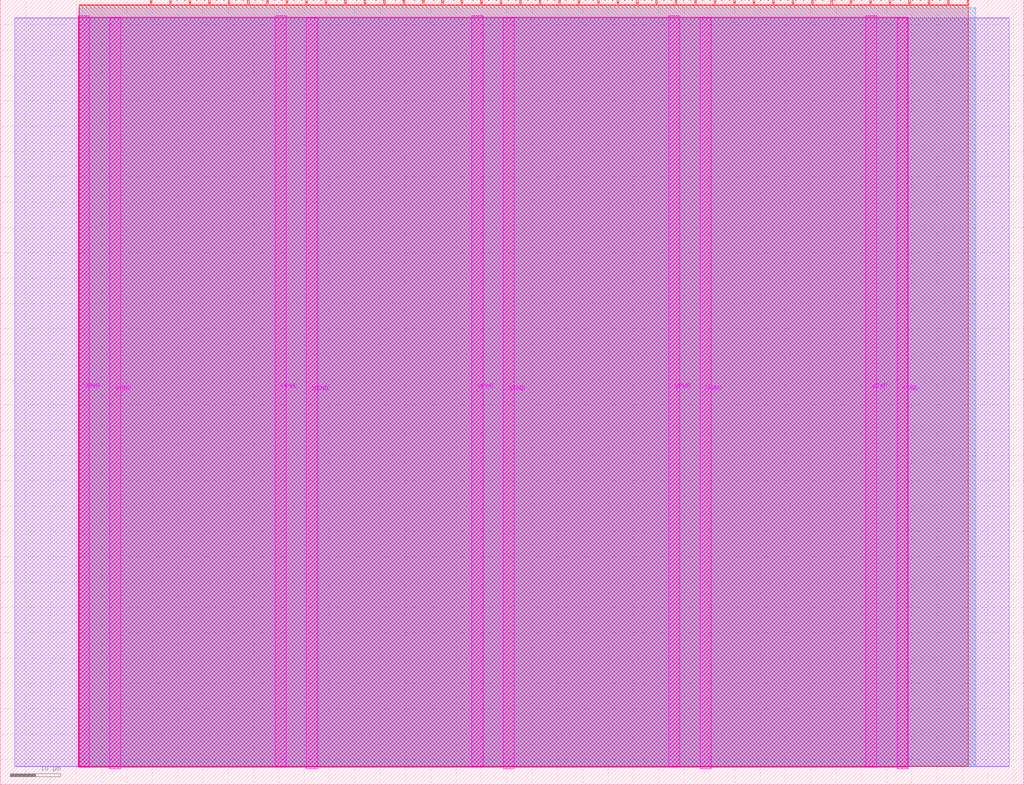
<source format=lef>
VERSION 5.7 ;
  NOWIREEXTENSIONATPIN ON ;
  DIVIDERCHAR "/" ;
  BUSBITCHARS "[]" ;
MACRO tt_um_floAfentaki_top
  CLASS BLOCK ;
  FOREIGN tt_um_floAfentaki_top ;
  ORIGIN 0.000 0.000 ;
  SIZE 202.080 BY 154.980 ;
  PIN VGND
    DIRECTION INOUT ;
    USE GROUND ;
    PORT
      LAYER TopMetal1 ;
        RECT 21.580 3.150 23.780 151.420 ;
    END
    PORT
      LAYER TopMetal1 ;
        RECT 60.450 3.150 62.650 151.420 ;
    END
    PORT
      LAYER TopMetal1 ;
        RECT 99.320 3.150 101.520 151.420 ;
    END
    PORT
      LAYER TopMetal1 ;
        RECT 138.190 3.150 140.390 151.420 ;
    END
    PORT
      LAYER TopMetal1 ;
        RECT 177.060 3.150 179.260 151.420 ;
    END
  END VGND
  PIN VPWR
    DIRECTION INOUT ;
    USE POWER ;
    PORT
      LAYER TopMetal1 ;
        RECT 15.380 3.560 17.580 151.830 ;
    END
    PORT
      LAYER TopMetal1 ;
        RECT 54.250 3.560 56.450 151.830 ;
    END
    PORT
      LAYER TopMetal1 ;
        RECT 93.120 3.560 95.320 151.830 ;
    END
    PORT
      LAYER TopMetal1 ;
        RECT 131.990 3.560 134.190 151.830 ;
    END
    PORT
      LAYER TopMetal1 ;
        RECT 170.860 3.560 173.060 151.830 ;
    END
  END VPWR
  PIN clk
    DIRECTION INPUT ;
    USE SIGNAL ;
    ANTENNAGATEAREA 0.725400 ;
    PORT
      LAYER Metal4 ;
        RECT 187.050 153.980 187.350 154.980 ;
    END
  END clk
  PIN ena
    DIRECTION INPUT ;
    USE SIGNAL ;
    ANTENNAGATEAREA 0.180700 ;
    PORT
      LAYER Metal4 ;
        RECT 190.890 153.980 191.190 154.980 ;
    END
  END ena
  PIN rst_n
    DIRECTION INPUT ;
    USE SIGNAL ;
    ANTENNAGATEAREA 0.213200 ;
    PORT
      LAYER Metal4 ;
        RECT 183.210 153.980 183.510 154.980 ;
    END
  END rst_n
  PIN ui_in[0]
    DIRECTION INPUT ;
    USE SIGNAL ;
    PORT
      LAYER Metal4 ;
        RECT 179.370 153.980 179.670 154.980 ;
    END
  END ui_in[0]
  PIN ui_in[1]
    DIRECTION INPUT ;
    USE SIGNAL ;
    PORT
      LAYER Metal4 ;
        RECT 175.530 153.980 175.830 154.980 ;
    END
  END ui_in[1]
  PIN ui_in[2]
    DIRECTION INPUT ;
    USE SIGNAL ;
    PORT
      LAYER Metal4 ;
        RECT 171.690 153.980 171.990 154.980 ;
    END
  END ui_in[2]
  PIN ui_in[3]
    DIRECTION INPUT ;
    USE SIGNAL ;
    PORT
      LAYER Metal4 ;
        RECT 167.850 153.980 168.150 154.980 ;
    END
  END ui_in[3]
  PIN ui_in[4]
    DIRECTION INPUT ;
    USE SIGNAL ;
    PORT
      LAYER Metal4 ;
        RECT 164.010 153.980 164.310 154.980 ;
    END
  END ui_in[4]
  PIN ui_in[5]
    DIRECTION INPUT ;
    USE SIGNAL ;
    PORT
      LAYER Metal4 ;
        RECT 160.170 153.980 160.470 154.980 ;
    END
  END ui_in[5]
  PIN ui_in[6]
    DIRECTION INPUT ;
    USE SIGNAL ;
    PORT
      LAYER Metal4 ;
        RECT 156.330 153.980 156.630 154.980 ;
    END
  END ui_in[6]
  PIN ui_in[7]
    DIRECTION INPUT ;
    USE SIGNAL ;
    PORT
      LAYER Metal4 ;
        RECT 152.490 153.980 152.790 154.980 ;
    END
  END ui_in[7]
  PIN uio_in[0]
    DIRECTION INPUT ;
    USE SIGNAL ;
    PORT
      LAYER Metal4 ;
        RECT 148.650 153.980 148.950 154.980 ;
    END
  END uio_in[0]
  PIN uio_in[1]
    DIRECTION INPUT ;
    USE SIGNAL ;
    PORT
      LAYER Metal4 ;
        RECT 144.810 153.980 145.110 154.980 ;
    END
  END uio_in[1]
  PIN uio_in[2]
    DIRECTION INPUT ;
    USE SIGNAL ;
    PORT
      LAYER Metal4 ;
        RECT 140.970 153.980 141.270 154.980 ;
    END
  END uio_in[2]
  PIN uio_in[3]
    DIRECTION INPUT ;
    USE SIGNAL ;
    PORT
      LAYER Metal4 ;
        RECT 137.130 153.980 137.430 154.980 ;
    END
  END uio_in[3]
  PIN uio_in[4]
    DIRECTION INPUT ;
    USE SIGNAL ;
    PORT
      LAYER Metal4 ;
        RECT 133.290 153.980 133.590 154.980 ;
    END
  END uio_in[4]
  PIN uio_in[5]
    DIRECTION INPUT ;
    USE SIGNAL ;
    PORT
      LAYER Metal4 ;
        RECT 129.450 153.980 129.750 154.980 ;
    END
  END uio_in[5]
  PIN uio_in[6]
    DIRECTION INPUT ;
    USE SIGNAL ;
    PORT
      LAYER Metal4 ;
        RECT 125.610 153.980 125.910 154.980 ;
    END
  END uio_in[6]
  PIN uio_in[7]
    DIRECTION INPUT ;
    USE SIGNAL ;
    PORT
      LAYER Metal4 ;
        RECT 121.770 153.980 122.070 154.980 ;
    END
  END uio_in[7]
  PIN uio_oe[0]
    DIRECTION OUTPUT ;
    USE SIGNAL ;
    ANTENNADIFFAREA 0.299200 ;
    PORT
      LAYER Metal4 ;
        RECT 56.490 153.980 56.790 154.980 ;
    END
  END uio_oe[0]
  PIN uio_oe[1]
    DIRECTION OUTPUT ;
    USE SIGNAL ;
    ANTENNADIFFAREA 0.299200 ;
    PORT
      LAYER Metal4 ;
        RECT 52.650 153.980 52.950 154.980 ;
    END
  END uio_oe[1]
  PIN uio_oe[2]
    DIRECTION OUTPUT ;
    USE SIGNAL ;
    ANTENNADIFFAREA 0.299200 ;
    PORT
      LAYER Metal4 ;
        RECT 48.810 153.980 49.110 154.980 ;
    END
  END uio_oe[2]
  PIN uio_oe[3]
    DIRECTION OUTPUT ;
    USE SIGNAL ;
    ANTENNADIFFAREA 0.299200 ;
    PORT
      LAYER Metal4 ;
        RECT 44.970 153.980 45.270 154.980 ;
    END
  END uio_oe[3]
  PIN uio_oe[4]
    DIRECTION OUTPUT ;
    USE SIGNAL ;
    ANTENNADIFFAREA 0.299200 ;
    PORT
      LAYER Metal4 ;
        RECT 41.130 153.980 41.430 154.980 ;
    END
  END uio_oe[4]
  PIN uio_oe[5]
    DIRECTION OUTPUT ;
    USE SIGNAL ;
    ANTENNADIFFAREA 0.299200 ;
    PORT
      LAYER Metal4 ;
        RECT 37.290 153.980 37.590 154.980 ;
    END
  END uio_oe[5]
  PIN uio_oe[6]
    DIRECTION OUTPUT ;
    USE SIGNAL ;
    ANTENNADIFFAREA 0.299200 ;
    PORT
      LAYER Metal4 ;
        RECT 33.450 153.980 33.750 154.980 ;
    END
  END uio_oe[6]
  PIN uio_oe[7]
    DIRECTION OUTPUT ;
    USE SIGNAL ;
    ANTENNADIFFAREA 0.299200 ;
    PORT
      LAYER Metal4 ;
        RECT 29.610 153.980 29.910 154.980 ;
    END
  END uio_oe[7]
  PIN uio_out[0]
    DIRECTION OUTPUT ;
    USE SIGNAL ;
    ANTENNADIFFAREA 0.299200 ;
    PORT
      LAYER Metal4 ;
        RECT 87.210 153.980 87.510 154.980 ;
    END
  END uio_out[0]
  PIN uio_out[1]
    DIRECTION OUTPUT ;
    USE SIGNAL ;
    ANTENNADIFFAREA 0.299200 ;
    PORT
      LAYER Metal4 ;
        RECT 83.370 153.980 83.670 154.980 ;
    END
  END uio_out[1]
  PIN uio_out[2]
    DIRECTION OUTPUT ;
    USE SIGNAL ;
    ANTENNADIFFAREA 0.299200 ;
    PORT
      LAYER Metal4 ;
        RECT 79.530 153.980 79.830 154.980 ;
    END
  END uio_out[2]
  PIN uio_out[3]
    DIRECTION OUTPUT ;
    USE SIGNAL ;
    ANTENNADIFFAREA 0.299200 ;
    PORT
      LAYER Metal4 ;
        RECT 75.690 153.980 75.990 154.980 ;
    END
  END uio_out[3]
  PIN uio_out[4]
    DIRECTION OUTPUT ;
    USE SIGNAL ;
    ANTENNADIFFAREA 0.299200 ;
    PORT
      LAYER Metal4 ;
        RECT 71.850 153.980 72.150 154.980 ;
    END
  END uio_out[4]
  PIN uio_out[5]
    DIRECTION OUTPUT ;
    USE SIGNAL ;
    ANTENNADIFFAREA 0.299200 ;
    PORT
      LAYER Metal4 ;
        RECT 68.010 153.980 68.310 154.980 ;
    END
  END uio_out[5]
  PIN uio_out[6]
    DIRECTION OUTPUT ;
    USE SIGNAL ;
    ANTENNADIFFAREA 0.299200 ;
    PORT
      LAYER Metal4 ;
        RECT 64.170 153.980 64.470 154.980 ;
    END
  END uio_out[6]
  PIN uio_out[7]
    DIRECTION OUTPUT ;
    USE SIGNAL ;
    ANTENNADIFFAREA 0.299200 ;
    PORT
      LAYER Metal4 ;
        RECT 60.330 153.980 60.630 154.980 ;
    END
  END uio_out[7]
  PIN uo_out[0]
    DIRECTION OUTPUT ;
    USE SIGNAL ;
    ANTENNAGATEAREA 0.301600 ;
    ANTENNADIFFAREA 0.716100 ;
    PORT
      LAYER Metal4 ;
        RECT 117.930 153.980 118.230 154.980 ;
    END
  END uo_out[0]
  PIN uo_out[1]
    DIRECTION OUTPUT ;
    USE SIGNAL ;
    ANTENNAGATEAREA 0.109200 ;
    ANTENNADIFFAREA 0.716100 ;
    PORT
      LAYER Metal4 ;
        RECT 114.090 153.980 114.390 154.980 ;
    END
  END uo_out[1]
  PIN uo_out[2]
    DIRECTION OUTPUT ;
    USE SIGNAL ;
    ANTENNAGATEAREA 0.109200 ;
    ANTENNADIFFAREA 0.716100 ;
    PORT
      LAYER Metal4 ;
        RECT 110.250 153.980 110.550 154.980 ;
    END
  END uo_out[2]
  PIN uo_out[3]
    DIRECTION OUTPUT ;
    USE SIGNAL ;
    ANTENNAGATEAREA 0.109200 ;
    ANTENNADIFFAREA 0.716100 ;
    PORT
      LAYER Metal4 ;
        RECT 106.410 153.980 106.710 154.980 ;
    END
  END uo_out[3]
  PIN uo_out[4]
    DIRECTION OUTPUT ;
    USE SIGNAL ;
    ANTENNAGATEAREA 0.109200 ;
    ANTENNADIFFAREA 0.716100 ;
    PORT
      LAYER Metal4 ;
        RECT 102.570 153.980 102.870 154.980 ;
    END
  END uo_out[4]
  PIN uo_out[5]
    DIRECTION OUTPUT ;
    USE SIGNAL ;
    ANTENNAGATEAREA 0.109200 ;
    ANTENNADIFFAREA 0.716100 ;
    PORT
      LAYER Metal4 ;
        RECT 98.730 153.980 99.030 154.980 ;
    END
  END uo_out[5]
  PIN uo_out[6]
    DIRECTION OUTPUT ;
    USE SIGNAL ;
    ANTENNAGATEAREA 0.109200 ;
    ANTENNADIFFAREA 0.716100 ;
    PORT
      LAYER Metal4 ;
        RECT 94.890 153.980 95.190 154.980 ;
    END
  END uo_out[6]
  PIN uo_out[7]
    DIRECTION OUTPUT ;
    USE SIGNAL ;
    ANTENNAGATEAREA 0.109200 ;
    ANTENNADIFFAREA 0.716100 ;
    PORT
      LAYER Metal4 ;
        RECT 91.050 153.980 91.350 154.980 ;
    END
  END uo_out[7]
  OBS
      LAYER GatPoly ;
        RECT 2.880 3.630 199.200 151.350 ;
      LAYER Metal1 ;
        RECT 2.880 3.560 199.200 151.420 ;
      LAYER Metal2 ;
        RECT 15.560 3.635 192.585 153.445 ;
      LAYER Metal3 ;
        RECT 15.515 3.680 192.625 153.405 ;
      LAYER Metal4 ;
        RECT 15.560 153.770 29.400 153.980 ;
        RECT 30.120 153.770 33.240 153.980 ;
        RECT 33.960 153.770 37.080 153.980 ;
        RECT 37.800 153.770 40.920 153.980 ;
        RECT 41.640 153.770 44.760 153.980 ;
        RECT 45.480 153.770 48.600 153.980 ;
        RECT 49.320 153.770 52.440 153.980 ;
        RECT 53.160 153.770 56.280 153.980 ;
        RECT 57.000 153.770 60.120 153.980 ;
        RECT 60.840 153.770 63.960 153.980 ;
        RECT 64.680 153.770 67.800 153.980 ;
        RECT 68.520 153.770 71.640 153.980 ;
        RECT 72.360 153.770 75.480 153.980 ;
        RECT 76.200 153.770 79.320 153.980 ;
        RECT 80.040 153.770 83.160 153.980 ;
        RECT 83.880 153.770 87.000 153.980 ;
        RECT 87.720 153.770 90.840 153.980 ;
        RECT 91.560 153.770 94.680 153.980 ;
        RECT 95.400 153.770 98.520 153.980 ;
        RECT 99.240 153.770 102.360 153.980 ;
        RECT 103.080 153.770 106.200 153.980 ;
        RECT 106.920 153.770 110.040 153.980 ;
        RECT 110.760 153.770 113.880 153.980 ;
        RECT 114.600 153.770 117.720 153.980 ;
        RECT 118.440 153.770 121.560 153.980 ;
        RECT 122.280 153.770 125.400 153.980 ;
        RECT 126.120 153.770 129.240 153.980 ;
        RECT 129.960 153.770 133.080 153.980 ;
        RECT 133.800 153.770 136.920 153.980 ;
        RECT 137.640 153.770 140.760 153.980 ;
        RECT 141.480 153.770 144.600 153.980 ;
        RECT 145.320 153.770 148.440 153.980 ;
        RECT 149.160 153.770 152.280 153.980 ;
        RECT 153.000 153.770 156.120 153.980 ;
        RECT 156.840 153.770 159.960 153.980 ;
        RECT 160.680 153.770 163.800 153.980 ;
        RECT 164.520 153.770 167.640 153.980 ;
        RECT 168.360 153.770 171.480 153.980 ;
        RECT 172.200 153.770 175.320 153.980 ;
        RECT 176.040 153.770 179.160 153.980 ;
        RECT 179.880 153.770 183.000 153.980 ;
        RECT 183.720 153.770 186.840 153.980 ;
        RECT 187.560 153.770 190.680 153.980 ;
        RECT 15.560 3.635 191.140 153.770 ;
      LAYER Metal5 ;
        RECT 15.515 3.470 179.125 151.510 ;
  END
END tt_um_floAfentaki_top
END LIBRARY


</source>
